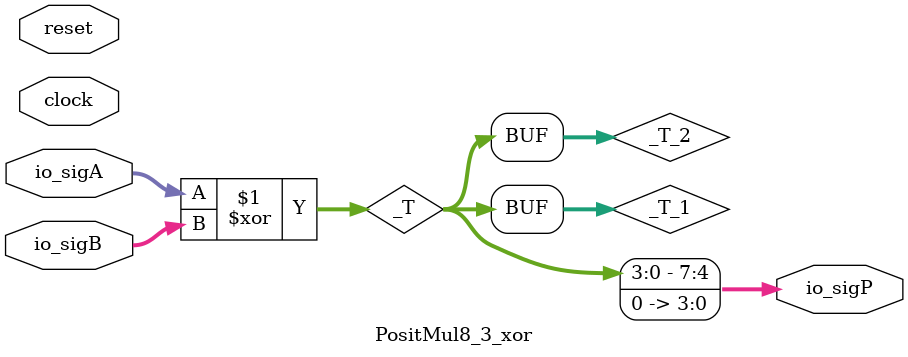
<source format=v>
module PositMul8_3_xor(
  input        clock,
  input        reset,
  input  [3:0] io_sigA,
  input  [3:0] io_sigB,
  output [7:0] io_sigP
);
  wire [3:0] _T; // @[PositMul.scala 51:23]
  wire [3:0] _T_1; // @[PositMul.scala 51:23]
  wire [3:0] _T_2; // @[Cat.scala 29:58]
  assign _T = $signed(io_sigA) ^ $signed(io_sigB); // @[PositMul.scala 51:23]
  assign _T_1 = $signed(_T); // @[PositMul.scala 51:23]
  assign _T_2 = $unsigned(_T_1); // @[Cat.scala 29:58]
  assign io_sigP = {_T_2,4'h0}; // @[PositMul.scala 51:9]
endmodule

</source>
